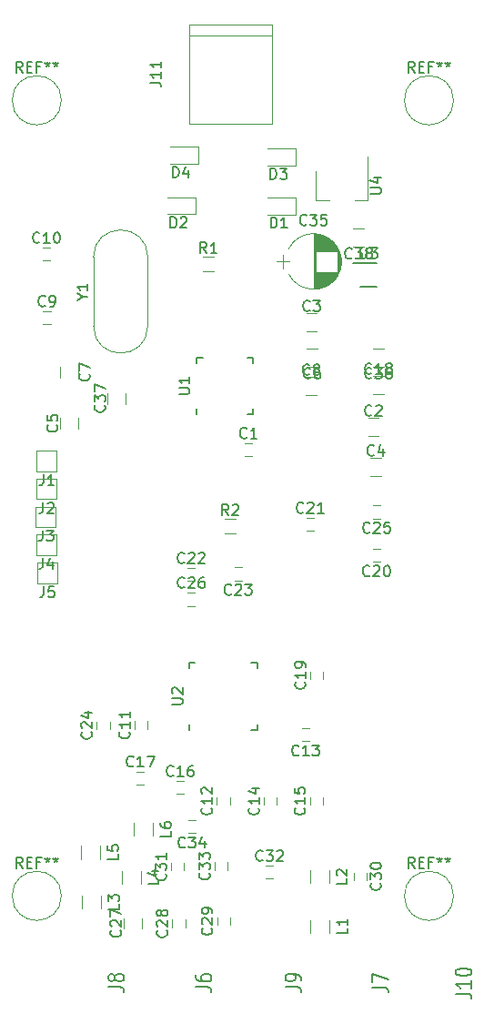
<source format=gbr>
G04 #@! TF.FileFunction,Legend,Top*
%FSLAX46Y46*%
G04 Gerber Fmt 4.6, Leading zero omitted, Abs format (unit mm)*
G04 Created by KiCad (PCBNEW 4.0.7) date 02/23/19 09:39:53*
%MOMM*%
%LPD*%
G01*
G04 APERTURE LIST*
%ADD10C,0.100000*%
%ADD11C,0.120000*%
%ADD12C,0.150000*%
%ADD13C,0.200000*%
G04 APERTURE END LIST*
D10*
D11*
X156786000Y-124000000D02*
G75*
G03X156786000Y-124000000I-2286000J0D01*
G01*
X120286000Y-124000000D02*
G75*
G03X120286000Y-124000000I-2286000J0D01*
G01*
X156786000Y-50000000D02*
G75*
G03X156786000Y-50000000I-2286000J0D01*
G01*
X120286000Y-50000000D02*
G75*
G03X120286000Y-50000000I-2286000J0D01*
G01*
X138049000Y-83086000D02*
X137349000Y-83086000D01*
X137349000Y-81886000D02*
X138049000Y-81886000D01*
X149829000Y-79566000D02*
X148829000Y-79566000D01*
X148829000Y-81266000D02*
X149829000Y-81266000D01*
X144079000Y-69806000D02*
X143079000Y-69806000D01*
X143079000Y-71506000D02*
X144079000Y-71506000D01*
X150049000Y-83256000D02*
X149049000Y-83256000D01*
X149049000Y-84956000D02*
X150049000Y-84956000D01*
X120139000Y-79526000D02*
X120139000Y-80526000D01*
X121839000Y-80526000D02*
X121839000Y-79526000D01*
X143119000Y-74776000D02*
X144119000Y-74776000D01*
X144119000Y-73076000D02*
X143119000Y-73076000D01*
X121829000Y-75786000D02*
X121829000Y-74786000D01*
X120129000Y-74786000D02*
X120129000Y-75786000D01*
X144039000Y-75746000D02*
X143039000Y-75746000D01*
X143039000Y-77446000D02*
X144039000Y-77446000D01*
X119299000Y-70826000D02*
X118599000Y-70826000D01*
X118599000Y-69626000D02*
X119299000Y-69626000D01*
X119249000Y-64926000D02*
X118549000Y-64926000D01*
X118549000Y-63726000D02*
X119249000Y-63726000D01*
X128306120Y-107752400D02*
X128306120Y-108452400D01*
X127106120Y-108452400D02*
X127106120Y-107752400D01*
X135966760Y-114828840D02*
X135966760Y-115528840D01*
X134766760Y-115528840D02*
X134766760Y-114828840D01*
X142669000Y-108426000D02*
X143369000Y-108426000D01*
X143369000Y-109626000D02*
X142669000Y-109626000D01*
X140355880Y-114828840D02*
X140355880Y-115528840D01*
X139155880Y-115528840D02*
X139155880Y-114828840D01*
X144623080Y-114839000D02*
X144623080Y-115539000D01*
X143423080Y-115539000D02*
X143423080Y-114839000D01*
X131703560Y-114526620D02*
X131003560Y-114526620D01*
X131003560Y-113326620D02*
X131703560Y-113326620D01*
X127985000Y-113642700D02*
X127285000Y-113642700D01*
X127285000Y-112442700D02*
X127985000Y-112442700D01*
X150309000Y-75656000D02*
X149309000Y-75656000D01*
X149309000Y-77356000D02*
X150309000Y-77356000D01*
X144679000Y-103126000D02*
X144679000Y-103826000D01*
X143479000Y-103826000D02*
X143479000Y-103126000D01*
X149259000Y-91726000D02*
X149959000Y-91726000D01*
X149959000Y-92926000D02*
X149259000Y-92926000D01*
X143809000Y-90046000D02*
X143109000Y-90046000D01*
X143109000Y-88846000D02*
X143809000Y-88846000D01*
X132719000Y-94706000D02*
X132019000Y-94706000D01*
X132019000Y-93506000D02*
X132719000Y-93506000D01*
X136399000Y-93456000D02*
X137099000Y-93456000D01*
X137099000Y-94656000D02*
X136399000Y-94656000D01*
X124790760Y-107772720D02*
X124790760Y-108472720D01*
X123590760Y-108472720D02*
X123590760Y-107772720D01*
X149279000Y-87696000D02*
X149979000Y-87696000D01*
X149979000Y-88896000D02*
X149279000Y-88896000D01*
X132729720Y-97018400D02*
X132029720Y-97018400D01*
X132029720Y-95818400D02*
X132729720Y-95818400D01*
X126061100Y-126068200D02*
X126061100Y-127068200D01*
X127761100Y-127068200D02*
X127761100Y-126068200D01*
X131821480Y-126225820D02*
X131821480Y-126925820D01*
X130621480Y-126925820D02*
X130621480Y-126225820D01*
X135984540Y-126002300D02*
X135984540Y-126702300D01*
X134784540Y-126702300D02*
X134784540Y-126002300D01*
X147494700Y-122536700D02*
X147494700Y-121836700D01*
X148694700Y-121836700D02*
X148694700Y-122536700D01*
X131709720Y-120945160D02*
X131709720Y-121645160D01*
X130509720Y-121645160D02*
X130509720Y-120945160D01*
X140009360Y-122398080D02*
X139309360Y-122398080D01*
X139309360Y-121198080D02*
X140009360Y-121198080D01*
X135761020Y-120889280D02*
X135761020Y-121589280D01*
X134561020Y-121589280D02*
X134561020Y-120889280D01*
X132100840Y-116979140D02*
X132800840Y-116979140D01*
X132800840Y-118179140D02*
X132100840Y-118179140D01*
X146054722Y-63806277D02*
G75*
G03X141443420Y-63806000I-2305722J-1179723D01*
G01*
X146054722Y-66165723D02*
G75*
G02X141443420Y-66166000I-2305722J1179723D01*
G01*
X146054722Y-66165723D02*
G75*
G03X146054580Y-63806000I-2305722J1179723D01*
G01*
X143749000Y-62436000D02*
X143749000Y-67536000D01*
X143789000Y-62436000D02*
X143789000Y-67536000D01*
X143829000Y-62437000D02*
X143829000Y-67535000D01*
X143869000Y-62438000D02*
X143869000Y-67534000D01*
X143909000Y-62440000D02*
X143909000Y-67532000D01*
X143949000Y-62443000D02*
X143949000Y-67529000D01*
X143989000Y-62447000D02*
X143989000Y-67525000D01*
X144029000Y-62451000D02*
X144029000Y-64006000D01*
X144029000Y-65966000D02*
X144029000Y-67521000D01*
X144069000Y-62455000D02*
X144069000Y-64006000D01*
X144069000Y-65966000D02*
X144069000Y-67517000D01*
X144109000Y-62461000D02*
X144109000Y-64006000D01*
X144109000Y-65966000D02*
X144109000Y-67511000D01*
X144149000Y-62467000D02*
X144149000Y-64006000D01*
X144149000Y-65966000D02*
X144149000Y-67505000D01*
X144189000Y-62473000D02*
X144189000Y-64006000D01*
X144189000Y-65966000D02*
X144189000Y-67499000D01*
X144229000Y-62480000D02*
X144229000Y-64006000D01*
X144229000Y-65966000D02*
X144229000Y-67492000D01*
X144269000Y-62488000D02*
X144269000Y-64006000D01*
X144269000Y-65966000D02*
X144269000Y-67484000D01*
X144309000Y-62497000D02*
X144309000Y-64006000D01*
X144309000Y-65966000D02*
X144309000Y-67475000D01*
X144349000Y-62506000D02*
X144349000Y-64006000D01*
X144349000Y-65966000D02*
X144349000Y-67466000D01*
X144389000Y-62516000D02*
X144389000Y-64006000D01*
X144389000Y-65966000D02*
X144389000Y-67456000D01*
X144429000Y-62526000D02*
X144429000Y-64006000D01*
X144429000Y-65966000D02*
X144429000Y-67446000D01*
X144470000Y-62538000D02*
X144470000Y-64006000D01*
X144470000Y-65966000D02*
X144470000Y-67434000D01*
X144510000Y-62550000D02*
X144510000Y-64006000D01*
X144510000Y-65966000D02*
X144510000Y-67422000D01*
X144550000Y-62562000D02*
X144550000Y-64006000D01*
X144550000Y-65966000D02*
X144550000Y-67410000D01*
X144590000Y-62576000D02*
X144590000Y-64006000D01*
X144590000Y-65966000D02*
X144590000Y-67396000D01*
X144630000Y-62590000D02*
X144630000Y-64006000D01*
X144630000Y-65966000D02*
X144630000Y-67382000D01*
X144670000Y-62604000D02*
X144670000Y-64006000D01*
X144670000Y-65966000D02*
X144670000Y-67368000D01*
X144710000Y-62620000D02*
X144710000Y-64006000D01*
X144710000Y-65966000D02*
X144710000Y-67352000D01*
X144750000Y-62636000D02*
X144750000Y-64006000D01*
X144750000Y-65966000D02*
X144750000Y-67336000D01*
X144790000Y-62653000D02*
X144790000Y-64006000D01*
X144790000Y-65966000D02*
X144790000Y-67319000D01*
X144830000Y-62671000D02*
X144830000Y-64006000D01*
X144830000Y-65966000D02*
X144830000Y-67301000D01*
X144870000Y-62690000D02*
X144870000Y-64006000D01*
X144870000Y-65966000D02*
X144870000Y-67282000D01*
X144910000Y-62710000D02*
X144910000Y-64006000D01*
X144910000Y-65966000D02*
X144910000Y-67262000D01*
X144950000Y-62730000D02*
X144950000Y-64006000D01*
X144950000Y-65966000D02*
X144950000Y-67242000D01*
X144990000Y-62752000D02*
X144990000Y-64006000D01*
X144990000Y-65966000D02*
X144990000Y-67220000D01*
X145030000Y-62774000D02*
X145030000Y-64006000D01*
X145030000Y-65966000D02*
X145030000Y-67198000D01*
X145070000Y-62797000D02*
X145070000Y-64006000D01*
X145070000Y-65966000D02*
X145070000Y-67175000D01*
X145110000Y-62821000D02*
X145110000Y-64006000D01*
X145110000Y-65966000D02*
X145110000Y-67151000D01*
X145150000Y-62846000D02*
X145150000Y-64006000D01*
X145150000Y-65966000D02*
X145150000Y-67126000D01*
X145190000Y-62873000D02*
X145190000Y-64006000D01*
X145190000Y-65966000D02*
X145190000Y-67099000D01*
X145230000Y-62900000D02*
X145230000Y-64006000D01*
X145230000Y-65966000D02*
X145230000Y-67072000D01*
X145270000Y-62928000D02*
X145270000Y-64006000D01*
X145270000Y-65966000D02*
X145270000Y-67044000D01*
X145310000Y-62958000D02*
X145310000Y-64006000D01*
X145310000Y-65966000D02*
X145310000Y-67014000D01*
X145350000Y-62989000D02*
X145350000Y-64006000D01*
X145350000Y-65966000D02*
X145350000Y-66983000D01*
X145390000Y-63021000D02*
X145390000Y-64006000D01*
X145390000Y-65966000D02*
X145390000Y-66951000D01*
X145430000Y-63054000D02*
X145430000Y-64006000D01*
X145430000Y-65966000D02*
X145430000Y-66918000D01*
X145470000Y-63089000D02*
X145470000Y-64006000D01*
X145470000Y-65966000D02*
X145470000Y-66883000D01*
X145510000Y-63125000D02*
X145510000Y-64006000D01*
X145510000Y-65966000D02*
X145510000Y-66847000D01*
X145550000Y-63163000D02*
X145550000Y-64006000D01*
X145550000Y-65966000D02*
X145550000Y-66809000D01*
X145590000Y-63203000D02*
X145590000Y-64006000D01*
X145590000Y-65966000D02*
X145590000Y-66769000D01*
X145630000Y-63244000D02*
X145630000Y-64006000D01*
X145630000Y-65966000D02*
X145630000Y-66728000D01*
X145670000Y-63287000D02*
X145670000Y-64006000D01*
X145670000Y-65966000D02*
X145670000Y-66685000D01*
X145710000Y-63332000D02*
X145710000Y-64006000D01*
X145710000Y-65966000D02*
X145710000Y-66640000D01*
X145750000Y-63380000D02*
X145750000Y-64006000D01*
X145750000Y-65966000D02*
X145750000Y-66592000D01*
X145790000Y-63430000D02*
X145790000Y-64006000D01*
X145790000Y-65966000D02*
X145790000Y-66542000D01*
X145830000Y-63482000D02*
X145830000Y-64006000D01*
X145830000Y-65966000D02*
X145830000Y-66490000D01*
X145870000Y-63538000D02*
X145870000Y-64006000D01*
X145870000Y-65966000D02*
X145870000Y-66434000D01*
X145910000Y-63596000D02*
X145910000Y-64006000D01*
X145910000Y-65966000D02*
X145910000Y-66376000D01*
X145950000Y-63659000D02*
X145950000Y-64006000D01*
X145950000Y-65966000D02*
X145950000Y-66313000D01*
X145990000Y-63725000D02*
X145990000Y-66247000D01*
X146030000Y-63797000D02*
X146030000Y-66175000D01*
X146070000Y-63874000D02*
X146070000Y-66098000D01*
X146110000Y-63958000D02*
X146110000Y-66014000D01*
X146150000Y-64052000D02*
X146150000Y-65920000D01*
X146190000Y-64157000D02*
X146190000Y-65815000D01*
X146230000Y-64279000D02*
X146230000Y-65693000D01*
X146270000Y-64427000D02*
X146270000Y-65545000D01*
X146310000Y-64632000D02*
X146310000Y-65340000D01*
X140299000Y-64986000D02*
X141499000Y-64986000D01*
X140899000Y-64336000D02*
X140899000Y-65636000D01*
X149299000Y-74776000D02*
X150299000Y-74776000D01*
X150299000Y-73076000D02*
X149299000Y-73076000D01*
X124575200Y-77224000D02*
X124575200Y-78224000D01*
X126275200Y-78224000D02*
X126275200Y-77224000D01*
X147459000Y-63636000D02*
X148459000Y-63636000D01*
X148459000Y-61936000D02*
X147459000Y-61936000D01*
X142109000Y-60616000D02*
X142109000Y-59016000D01*
X142109000Y-59016000D02*
X139509000Y-59016000D01*
X142109000Y-60616000D02*
X139509000Y-60616000D01*
X132789000Y-60606000D02*
X132789000Y-59006000D01*
X132789000Y-59006000D02*
X130189000Y-59006000D01*
X132789000Y-60606000D02*
X130189000Y-60606000D01*
X142079000Y-56076000D02*
X142079000Y-54476000D01*
X142079000Y-54476000D02*
X139479000Y-54476000D01*
X142079000Y-56076000D02*
X139479000Y-56076000D01*
X132999000Y-55926000D02*
X132999000Y-54326000D01*
X132999000Y-54326000D02*
X130399000Y-54326000D01*
X132999000Y-55926000D02*
X130399000Y-55926000D01*
X139869000Y-43946000D02*
X132169000Y-43946000D01*
X139869000Y-42946000D02*
X132169000Y-42946000D01*
X132169000Y-42946000D02*
X132169000Y-52146000D01*
X132169000Y-52146000D02*
X139869000Y-52146000D01*
X139869000Y-52146000D02*
X139869000Y-42946000D01*
X143480900Y-127434900D02*
X143480900Y-126234900D01*
X145240900Y-126234900D02*
X145240900Y-127434900D01*
X143442800Y-122824800D02*
X143442800Y-121624800D01*
X145202800Y-121624800D02*
X145202800Y-122824800D01*
X122210940Y-125192080D02*
X122210940Y-123992080D01*
X123970940Y-123992080D02*
X123970940Y-125192080D01*
X125916800Y-122862900D02*
X125916800Y-121662900D01*
X127676800Y-121662900D02*
X127676800Y-122862900D01*
X122155060Y-120554040D02*
X122155060Y-119354040D01*
X123915060Y-119354040D02*
X123915060Y-120554040D01*
X127059800Y-118405200D02*
X127059800Y-117205200D01*
X128819800Y-117205200D02*
X128819800Y-118405200D01*
X134469000Y-65886000D02*
X133469000Y-65886000D01*
X133469000Y-64526000D02*
X134469000Y-64526000D01*
X136517000Y-90270880D02*
X135517000Y-90270880D01*
X135517000Y-88910880D02*
X136517000Y-88910880D01*
D12*
X132904000Y-73941000D02*
X133429000Y-73941000D01*
X138154000Y-79191000D02*
X137629000Y-79191000D01*
X138154000Y-73941000D02*
X137629000Y-73941000D01*
X132904000Y-79191000D02*
X132904000Y-78666000D01*
X138154000Y-79191000D02*
X138154000Y-78666000D01*
X138154000Y-73941000D02*
X138154000Y-74466000D01*
X132904000Y-73941000D02*
X132904000Y-74466000D01*
X132209000Y-102276000D02*
X132734000Y-102276000D01*
X138509000Y-108576000D02*
X137984000Y-108576000D01*
X138509000Y-102276000D02*
X137984000Y-102276000D01*
X132209000Y-108576000D02*
X132209000Y-108051000D01*
X138509000Y-108576000D02*
X138509000Y-108051000D01*
X138509000Y-102276000D02*
X138509000Y-102801000D01*
X132209000Y-102276000D02*
X132209000Y-102801000D01*
X148144000Y-67376000D02*
X149594000Y-67376000D01*
X147419000Y-65176000D02*
X149594000Y-65176000D01*
D11*
X145189000Y-59256000D02*
X143989000Y-59256000D01*
X143989000Y-59256000D02*
X143989000Y-56556000D01*
X148789000Y-55256000D02*
X148789000Y-59256000D01*
X148789000Y-59256000D02*
X147589000Y-59256000D01*
X123284000Y-70986000D02*
X123284000Y-64586000D01*
X128334000Y-70986000D02*
X128334000Y-64586000D01*
X128334000Y-70986000D02*
G75*
G02X123284000Y-70986000I-2525000J0D01*
G01*
X128334000Y-64586000D02*
G75*
G03X123284000Y-64586000I-2525000J0D01*
G01*
X117999000Y-82606000D02*
X117999000Y-84506000D01*
X117999000Y-84506000D02*
X119849000Y-84506000D01*
X119849000Y-84506000D02*
X119849000Y-82656000D01*
X119849000Y-82656000D02*
X119849000Y-82606000D01*
X119849000Y-82606000D02*
X117999000Y-82606000D01*
X117979000Y-85206000D02*
X117979000Y-87106000D01*
X117979000Y-87106000D02*
X119829000Y-87106000D01*
X119829000Y-87106000D02*
X119829000Y-85256000D01*
X119829000Y-85256000D02*
X119829000Y-85206000D01*
X119829000Y-85206000D02*
X117979000Y-85206000D01*
X117919000Y-87796000D02*
X117919000Y-89696000D01*
X117919000Y-89696000D02*
X119769000Y-89696000D01*
X119769000Y-89696000D02*
X119769000Y-87846000D01*
X119769000Y-87846000D02*
X119769000Y-87796000D01*
X119769000Y-87796000D02*
X117919000Y-87796000D01*
X117949000Y-90386000D02*
X117949000Y-92286000D01*
X117949000Y-92286000D02*
X119799000Y-92286000D01*
X119799000Y-92286000D02*
X119799000Y-90436000D01*
X119799000Y-90436000D02*
X119799000Y-90386000D01*
X119799000Y-90386000D02*
X117949000Y-90386000D01*
X118029000Y-93016000D02*
X118029000Y-94916000D01*
X118029000Y-94916000D02*
X119879000Y-94916000D01*
X119879000Y-94916000D02*
X119879000Y-93066000D01*
X119879000Y-93066000D02*
X119879000Y-93016000D01*
X119879000Y-93016000D02*
X118029000Y-93016000D01*
D12*
X153166667Y-121404381D02*
X152833333Y-120928190D01*
X152595238Y-121404381D02*
X152595238Y-120404381D01*
X152976191Y-120404381D01*
X153071429Y-120452000D01*
X153119048Y-120499619D01*
X153166667Y-120594857D01*
X153166667Y-120737714D01*
X153119048Y-120832952D01*
X153071429Y-120880571D01*
X152976191Y-120928190D01*
X152595238Y-120928190D01*
X153595238Y-120880571D02*
X153928572Y-120880571D01*
X154071429Y-121404381D02*
X153595238Y-121404381D01*
X153595238Y-120404381D01*
X154071429Y-120404381D01*
X154833334Y-120880571D02*
X154500000Y-120880571D01*
X154500000Y-121404381D02*
X154500000Y-120404381D01*
X154976191Y-120404381D01*
X155500000Y-120404381D02*
X155500000Y-120642476D01*
X155261905Y-120547238D02*
X155500000Y-120642476D01*
X155738096Y-120547238D01*
X155357143Y-120832952D02*
X155500000Y-120642476D01*
X155642858Y-120832952D01*
X156261905Y-120404381D02*
X156261905Y-120642476D01*
X156023810Y-120547238D02*
X156261905Y-120642476D01*
X156500001Y-120547238D01*
X156119048Y-120832952D02*
X156261905Y-120642476D01*
X156404763Y-120832952D01*
X116666667Y-121404381D02*
X116333333Y-120928190D01*
X116095238Y-121404381D02*
X116095238Y-120404381D01*
X116476191Y-120404381D01*
X116571429Y-120452000D01*
X116619048Y-120499619D01*
X116666667Y-120594857D01*
X116666667Y-120737714D01*
X116619048Y-120832952D01*
X116571429Y-120880571D01*
X116476191Y-120928190D01*
X116095238Y-120928190D01*
X117095238Y-120880571D02*
X117428572Y-120880571D01*
X117571429Y-121404381D02*
X117095238Y-121404381D01*
X117095238Y-120404381D01*
X117571429Y-120404381D01*
X118333334Y-120880571D02*
X118000000Y-120880571D01*
X118000000Y-121404381D02*
X118000000Y-120404381D01*
X118476191Y-120404381D01*
X119000000Y-120404381D02*
X119000000Y-120642476D01*
X118761905Y-120547238D02*
X119000000Y-120642476D01*
X119238096Y-120547238D01*
X118857143Y-120832952D02*
X119000000Y-120642476D01*
X119142858Y-120832952D01*
X119761905Y-120404381D02*
X119761905Y-120642476D01*
X119523810Y-120547238D02*
X119761905Y-120642476D01*
X120000001Y-120547238D01*
X119619048Y-120832952D02*
X119761905Y-120642476D01*
X119904763Y-120832952D01*
X153166667Y-47404381D02*
X152833333Y-46928190D01*
X152595238Y-47404381D02*
X152595238Y-46404381D01*
X152976191Y-46404381D01*
X153071429Y-46452000D01*
X153119048Y-46499619D01*
X153166667Y-46594857D01*
X153166667Y-46737714D01*
X153119048Y-46832952D01*
X153071429Y-46880571D01*
X152976191Y-46928190D01*
X152595238Y-46928190D01*
X153595238Y-46880571D02*
X153928572Y-46880571D01*
X154071429Y-47404381D02*
X153595238Y-47404381D01*
X153595238Y-46404381D01*
X154071429Y-46404381D01*
X154833334Y-46880571D02*
X154500000Y-46880571D01*
X154500000Y-47404381D02*
X154500000Y-46404381D01*
X154976191Y-46404381D01*
X155500000Y-46404381D02*
X155500000Y-46642476D01*
X155261905Y-46547238D02*
X155500000Y-46642476D01*
X155738096Y-46547238D01*
X155357143Y-46832952D02*
X155500000Y-46642476D01*
X155642858Y-46832952D01*
X156261905Y-46404381D02*
X156261905Y-46642476D01*
X156023810Y-46547238D02*
X156261905Y-46642476D01*
X156500001Y-46547238D01*
X156119048Y-46832952D02*
X156261905Y-46642476D01*
X156404763Y-46832952D01*
X116666667Y-47404381D02*
X116333333Y-46928190D01*
X116095238Y-47404381D02*
X116095238Y-46404381D01*
X116476191Y-46404381D01*
X116571429Y-46452000D01*
X116619048Y-46499619D01*
X116666667Y-46594857D01*
X116666667Y-46737714D01*
X116619048Y-46832952D01*
X116571429Y-46880571D01*
X116476191Y-46928190D01*
X116095238Y-46928190D01*
X117095238Y-46880571D02*
X117428572Y-46880571D01*
X117571429Y-47404381D02*
X117095238Y-47404381D01*
X117095238Y-46404381D01*
X117571429Y-46404381D01*
X118333334Y-46880571D02*
X118000000Y-46880571D01*
X118000000Y-47404381D02*
X118000000Y-46404381D01*
X118476191Y-46404381D01*
X119000000Y-46404381D02*
X119000000Y-46642476D01*
X118761905Y-46547238D02*
X119000000Y-46642476D01*
X119238096Y-46547238D01*
X118857143Y-46832952D02*
X119000000Y-46642476D01*
X119142858Y-46832952D01*
X119761905Y-46404381D02*
X119761905Y-46642476D01*
X119523810Y-46547238D02*
X119761905Y-46642476D01*
X120000001Y-46547238D01*
X119619048Y-46832952D02*
X119761905Y-46642476D01*
X119904763Y-46832952D01*
X137532334Y-81343143D02*
X137484715Y-81390762D01*
X137341858Y-81438381D01*
X137246620Y-81438381D01*
X137103762Y-81390762D01*
X137008524Y-81295524D01*
X136960905Y-81200286D01*
X136913286Y-81009810D01*
X136913286Y-80866952D01*
X136960905Y-80676476D01*
X137008524Y-80581238D01*
X137103762Y-80486000D01*
X137246620Y-80438381D01*
X137341858Y-80438381D01*
X137484715Y-80486000D01*
X137532334Y-80533619D01*
X138484715Y-81438381D02*
X137913286Y-81438381D01*
X138199000Y-81438381D02*
X138199000Y-80438381D01*
X138103762Y-80581238D01*
X138008524Y-80676476D01*
X137913286Y-80724095D01*
X149162334Y-79273143D02*
X149114715Y-79320762D01*
X148971858Y-79368381D01*
X148876620Y-79368381D01*
X148733762Y-79320762D01*
X148638524Y-79225524D01*
X148590905Y-79130286D01*
X148543286Y-78939810D01*
X148543286Y-78796952D01*
X148590905Y-78606476D01*
X148638524Y-78511238D01*
X148733762Y-78416000D01*
X148876620Y-78368381D01*
X148971858Y-78368381D01*
X149114715Y-78416000D01*
X149162334Y-78463619D01*
X149543286Y-78463619D02*
X149590905Y-78416000D01*
X149686143Y-78368381D01*
X149924239Y-78368381D01*
X150019477Y-78416000D01*
X150067096Y-78463619D01*
X150114715Y-78558857D01*
X150114715Y-78654095D01*
X150067096Y-78796952D01*
X149495667Y-79368381D01*
X150114715Y-79368381D01*
X143412334Y-69513143D02*
X143364715Y-69560762D01*
X143221858Y-69608381D01*
X143126620Y-69608381D01*
X142983762Y-69560762D01*
X142888524Y-69465524D01*
X142840905Y-69370286D01*
X142793286Y-69179810D01*
X142793286Y-69036952D01*
X142840905Y-68846476D01*
X142888524Y-68751238D01*
X142983762Y-68656000D01*
X143126620Y-68608381D01*
X143221858Y-68608381D01*
X143364715Y-68656000D01*
X143412334Y-68703619D01*
X143745667Y-68608381D02*
X144364715Y-68608381D01*
X144031381Y-68989333D01*
X144174239Y-68989333D01*
X144269477Y-69036952D01*
X144317096Y-69084571D01*
X144364715Y-69179810D01*
X144364715Y-69417905D01*
X144317096Y-69513143D01*
X144269477Y-69560762D01*
X144174239Y-69608381D01*
X143888524Y-69608381D01*
X143793286Y-69560762D01*
X143745667Y-69513143D01*
X149382334Y-82963143D02*
X149334715Y-83010762D01*
X149191858Y-83058381D01*
X149096620Y-83058381D01*
X148953762Y-83010762D01*
X148858524Y-82915524D01*
X148810905Y-82820286D01*
X148763286Y-82629810D01*
X148763286Y-82486952D01*
X148810905Y-82296476D01*
X148858524Y-82201238D01*
X148953762Y-82106000D01*
X149096620Y-82058381D01*
X149191858Y-82058381D01*
X149334715Y-82106000D01*
X149382334Y-82153619D01*
X150239477Y-82391714D02*
X150239477Y-83058381D01*
X150001381Y-82010762D02*
X149763286Y-82725048D01*
X150382334Y-82725048D01*
X119846143Y-80192666D02*
X119893762Y-80240285D01*
X119941381Y-80383142D01*
X119941381Y-80478380D01*
X119893762Y-80621238D01*
X119798524Y-80716476D01*
X119703286Y-80764095D01*
X119512810Y-80811714D01*
X119369952Y-80811714D01*
X119179476Y-80764095D01*
X119084238Y-80716476D01*
X118989000Y-80621238D01*
X118941381Y-80478380D01*
X118941381Y-80383142D01*
X118989000Y-80240285D01*
X119036619Y-80192666D01*
X118941381Y-79287904D02*
X118941381Y-79764095D01*
X119417571Y-79811714D01*
X119369952Y-79764095D01*
X119322333Y-79668857D01*
X119322333Y-79430761D01*
X119369952Y-79335523D01*
X119417571Y-79287904D01*
X119512810Y-79240285D01*
X119750905Y-79240285D01*
X119846143Y-79287904D01*
X119893762Y-79335523D01*
X119941381Y-79430761D01*
X119941381Y-79668857D01*
X119893762Y-79764095D01*
X119846143Y-79811714D01*
X143452334Y-75783143D02*
X143404715Y-75830762D01*
X143261858Y-75878381D01*
X143166620Y-75878381D01*
X143023762Y-75830762D01*
X142928524Y-75735524D01*
X142880905Y-75640286D01*
X142833286Y-75449810D01*
X142833286Y-75306952D01*
X142880905Y-75116476D01*
X142928524Y-75021238D01*
X143023762Y-74926000D01*
X143166620Y-74878381D01*
X143261858Y-74878381D01*
X143404715Y-74926000D01*
X143452334Y-74973619D01*
X144309477Y-74878381D02*
X144119000Y-74878381D01*
X144023762Y-74926000D01*
X143976143Y-74973619D01*
X143880905Y-75116476D01*
X143833286Y-75306952D01*
X143833286Y-75687905D01*
X143880905Y-75783143D01*
X143928524Y-75830762D01*
X144023762Y-75878381D01*
X144214239Y-75878381D01*
X144309477Y-75830762D01*
X144357096Y-75783143D01*
X144404715Y-75687905D01*
X144404715Y-75449810D01*
X144357096Y-75354571D01*
X144309477Y-75306952D01*
X144214239Y-75259333D01*
X144023762Y-75259333D01*
X143928524Y-75306952D01*
X143880905Y-75354571D01*
X143833286Y-75449810D01*
X122836143Y-75452666D02*
X122883762Y-75500285D01*
X122931381Y-75643142D01*
X122931381Y-75738380D01*
X122883762Y-75881238D01*
X122788524Y-75976476D01*
X122693286Y-76024095D01*
X122502810Y-76071714D01*
X122359952Y-76071714D01*
X122169476Y-76024095D01*
X122074238Y-75976476D01*
X121979000Y-75881238D01*
X121931381Y-75738380D01*
X121931381Y-75643142D01*
X121979000Y-75500285D01*
X122026619Y-75452666D01*
X121931381Y-75119333D02*
X121931381Y-74452666D01*
X122931381Y-74881238D01*
X143372334Y-75453143D02*
X143324715Y-75500762D01*
X143181858Y-75548381D01*
X143086620Y-75548381D01*
X142943762Y-75500762D01*
X142848524Y-75405524D01*
X142800905Y-75310286D01*
X142753286Y-75119810D01*
X142753286Y-74976952D01*
X142800905Y-74786476D01*
X142848524Y-74691238D01*
X142943762Y-74596000D01*
X143086620Y-74548381D01*
X143181858Y-74548381D01*
X143324715Y-74596000D01*
X143372334Y-74643619D01*
X143943762Y-74976952D02*
X143848524Y-74929333D01*
X143800905Y-74881714D01*
X143753286Y-74786476D01*
X143753286Y-74738857D01*
X143800905Y-74643619D01*
X143848524Y-74596000D01*
X143943762Y-74548381D01*
X144134239Y-74548381D01*
X144229477Y-74596000D01*
X144277096Y-74643619D01*
X144324715Y-74738857D01*
X144324715Y-74786476D01*
X144277096Y-74881714D01*
X144229477Y-74929333D01*
X144134239Y-74976952D01*
X143943762Y-74976952D01*
X143848524Y-75024571D01*
X143800905Y-75072190D01*
X143753286Y-75167429D01*
X143753286Y-75357905D01*
X143800905Y-75453143D01*
X143848524Y-75500762D01*
X143943762Y-75548381D01*
X144134239Y-75548381D01*
X144229477Y-75500762D01*
X144277096Y-75453143D01*
X144324715Y-75357905D01*
X144324715Y-75167429D01*
X144277096Y-75072190D01*
X144229477Y-75024571D01*
X144134239Y-74976952D01*
X118782334Y-69083143D02*
X118734715Y-69130762D01*
X118591858Y-69178381D01*
X118496620Y-69178381D01*
X118353762Y-69130762D01*
X118258524Y-69035524D01*
X118210905Y-68940286D01*
X118163286Y-68749810D01*
X118163286Y-68606952D01*
X118210905Y-68416476D01*
X118258524Y-68321238D01*
X118353762Y-68226000D01*
X118496620Y-68178381D01*
X118591858Y-68178381D01*
X118734715Y-68226000D01*
X118782334Y-68273619D01*
X119258524Y-69178381D02*
X119449000Y-69178381D01*
X119544239Y-69130762D01*
X119591858Y-69083143D01*
X119687096Y-68940286D01*
X119734715Y-68749810D01*
X119734715Y-68368857D01*
X119687096Y-68273619D01*
X119639477Y-68226000D01*
X119544239Y-68178381D01*
X119353762Y-68178381D01*
X119258524Y-68226000D01*
X119210905Y-68273619D01*
X119163286Y-68368857D01*
X119163286Y-68606952D01*
X119210905Y-68702190D01*
X119258524Y-68749810D01*
X119353762Y-68797429D01*
X119544239Y-68797429D01*
X119639477Y-68749810D01*
X119687096Y-68702190D01*
X119734715Y-68606952D01*
X118256143Y-63183143D02*
X118208524Y-63230762D01*
X118065667Y-63278381D01*
X117970429Y-63278381D01*
X117827571Y-63230762D01*
X117732333Y-63135524D01*
X117684714Y-63040286D01*
X117637095Y-62849810D01*
X117637095Y-62706952D01*
X117684714Y-62516476D01*
X117732333Y-62421238D01*
X117827571Y-62326000D01*
X117970429Y-62278381D01*
X118065667Y-62278381D01*
X118208524Y-62326000D01*
X118256143Y-62373619D01*
X119208524Y-63278381D02*
X118637095Y-63278381D01*
X118922809Y-63278381D02*
X118922809Y-62278381D01*
X118827571Y-62421238D01*
X118732333Y-62516476D01*
X118637095Y-62564095D01*
X119827571Y-62278381D02*
X119922810Y-62278381D01*
X120018048Y-62326000D01*
X120065667Y-62373619D01*
X120113286Y-62468857D01*
X120160905Y-62659333D01*
X120160905Y-62897429D01*
X120113286Y-63087905D01*
X120065667Y-63183143D01*
X120018048Y-63230762D01*
X119922810Y-63278381D01*
X119827571Y-63278381D01*
X119732333Y-63230762D01*
X119684714Y-63183143D01*
X119637095Y-63087905D01*
X119589476Y-62897429D01*
X119589476Y-62659333D01*
X119637095Y-62468857D01*
X119684714Y-62373619D01*
X119732333Y-62326000D01*
X119827571Y-62278381D01*
X126563263Y-108745257D02*
X126610882Y-108792876D01*
X126658501Y-108935733D01*
X126658501Y-109030971D01*
X126610882Y-109173829D01*
X126515644Y-109269067D01*
X126420406Y-109316686D01*
X126229930Y-109364305D01*
X126087072Y-109364305D01*
X125896596Y-109316686D01*
X125801358Y-109269067D01*
X125706120Y-109173829D01*
X125658501Y-109030971D01*
X125658501Y-108935733D01*
X125706120Y-108792876D01*
X125753739Y-108745257D01*
X126658501Y-107792876D02*
X126658501Y-108364305D01*
X126658501Y-108078591D02*
X125658501Y-108078591D01*
X125801358Y-108173829D01*
X125896596Y-108269067D01*
X125944215Y-108364305D01*
X126658501Y-106840495D02*
X126658501Y-107411924D01*
X126658501Y-107126210D02*
X125658501Y-107126210D01*
X125801358Y-107221448D01*
X125896596Y-107316686D01*
X125944215Y-107411924D01*
X134223903Y-115821697D02*
X134271522Y-115869316D01*
X134319141Y-116012173D01*
X134319141Y-116107411D01*
X134271522Y-116250269D01*
X134176284Y-116345507D01*
X134081046Y-116393126D01*
X133890570Y-116440745D01*
X133747712Y-116440745D01*
X133557236Y-116393126D01*
X133461998Y-116345507D01*
X133366760Y-116250269D01*
X133319141Y-116107411D01*
X133319141Y-116012173D01*
X133366760Y-115869316D01*
X133414379Y-115821697D01*
X134319141Y-114869316D02*
X134319141Y-115440745D01*
X134319141Y-115155031D02*
X133319141Y-115155031D01*
X133461998Y-115250269D01*
X133557236Y-115345507D01*
X133604855Y-115440745D01*
X133414379Y-114488364D02*
X133366760Y-114440745D01*
X133319141Y-114345507D01*
X133319141Y-114107411D01*
X133366760Y-114012173D01*
X133414379Y-113964554D01*
X133509617Y-113916935D01*
X133604855Y-113916935D01*
X133747712Y-113964554D01*
X134319141Y-114535983D01*
X134319141Y-113916935D01*
X142376143Y-110883143D02*
X142328524Y-110930762D01*
X142185667Y-110978381D01*
X142090429Y-110978381D01*
X141947571Y-110930762D01*
X141852333Y-110835524D01*
X141804714Y-110740286D01*
X141757095Y-110549810D01*
X141757095Y-110406952D01*
X141804714Y-110216476D01*
X141852333Y-110121238D01*
X141947571Y-110026000D01*
X142090429Y-109978381D01*
X142185667Y-109978381D01*
X142328524Y-110026000D01*
X142376143Y-110073619D01*
X143328524Y-110978381D02*
X142757095Y-110978381D01*
X143042809Y-110978381D02*
X143042809Y-109978381D01*
X142947571Y-110121238D01*
X142852333Y-110216476D01*
X142757095Y-110264095D01*
X143661857Y-109978381D02*
X144280905Y-109978381D01*
X143947571Y-110359333D01*
X144090429Y-110359333D01*
X144185667Y-110406952D01*
X144233286Y-110454571D01*
X144280905Y-110549810D01*
X144280905Y-110787905D01*
X144233286Y-110883143D01*
X144185667Y-110930762D01*
X144090429Y-110978381D01*
X143804714Y-110978381D01*
X143709476Y-110930762D01*
X143661857Y-110883143D01*
X138613023Y-115821697D02*
X138660642Y-115869316D01*
X138708261Y-116012173D01*
X138708261Y-116107411D01*
X138660642Y-116250269D01*
X138565404Y-116345507D01*
X138470166Y-116393126D01*
X138279690Y-116440745D01*
X138136832Y-116440745D01*
X137946356Y-116393126D01*
X137851118Y-116345507D01*
X137755880Y-116250269D01*
X137708261Y-116107411D01*
X137708261Y-116012173D01*
X137755880Y-115869316D01*
X137803499Y-115821697D01*
X138708261Y-114869316D02*
X138708261Y-115440745D01*
X138708261Y-115155031D02*
X137708261Y-115155031D01*
X137851118Y-115250269D01*
X137946356Y-115345507D01*
X137993975Y-115440745D01*
X138041594Y-114012173D02*
X138708261Y-114012173D01*
X137660642Y-114250269D02*
X138374928Y-114488364D01*
X138374928Y-113869316D01*
X142880223Y-115831857D02*
X142927842Y-115879476D01*
X142975461Y-116022333D01*
X142975461Y-116117571D01*
X142927842Y-116260429D01*
X142832604Y-116355667D01*
X142737366Y-116403286D01*
X142546890Y-116450905D01*
X142404032Y-116450905D01*
X142213556Y-116403286D01*
X142118318Y-116355667D01*
X142023080Y-116260429D01*
X141975461Y-116117571D01*
X141975461Y-116022333D01*
X142023080Y-115879476D01*
X142070699Y-115831857D01*
X142975461Y-114879476D02*
X142975461Y-115450905D01*
X142975461Y-115165191D02*
X141975461Y-115165191D01*
X142118318Y-115260429D01*
X142213556Y-115355667D01*
X142261175Y-115450905D01*
X141975461Y-113974714D02*
X141975461Y-114450905D01*
X142451651Y-114498524D01*
X142404032Y-114450905D01*
X142356413Y-114355667D01*
X142356413Y-114117571D01*
X142404032Y-114022333D01*
X142451651Y-113974714D01*
X142546890Y-113927095D01*
X142784985Y-113927095D01*
X142880223Y-113974714D01*
X142927842Y-114022333D01*
X142975461Y-114117571D01*
X142975461Y-114355667D01*
X142927842Y-114450905D01*
X142880223Y-114498524D01*
X130710703Y-112783763D02*
X130663084Y-112831382D01*
X130520227Y-112879001D01*
X130424989Y-112879001D01*
X130282131Y-112831382D01*
X130186893Y-112736144D01*
X130139274Y-112640906D01*
X130091655Y-112450430D01*
X130091655Y-112307572D01*
X130139274Y-112117096D01*
X130186893Y-112021858D01*
X130282131Y-111926620D01*
X130424989Y-111879001D01*
X130520227Y-111879001D01*
X130663084Y-111926620D01*
X130710703Y-111974239D01*
X131663084Y-112879001D02*
X131091655Y-112879001D01*
X131377369Y-112879001D02*
X131377369Y-111879001D01*
X131282131Y-112021858D01*
X131186893Y-112117096D01*
X131091655Y-112164715D01*
X132520227Y-111879001D02*
X132329750Y-111879001D01*
X132234512Y-111926620D01*
X132186893Y-111974239D01*
X132091655Y-112117096D01*
X132044036Y-112307572D01*
X132044036Y-112688525D01*
X132091655Y-112783763D01*
X132139274Y-112831382D01*
X132234512Y-112879001D01*
X132424989Y-112879001D01*
X132520227Y-112831382D01*
X132567846Y-112783763D01*
X132615465Y-112688525D01*
X132615465Y-112450430D01*
X132567846Y-112355191D01*
X132520227Y-112307572D01*
X132424989Y-112259953D01*
X132234512Y-112259953D01*
X132139274Y-112307572D01*
X132091655Y-112355191D01*
X132044036Y-112450430D01*
X126992143Y-111899843D02*
X126944524Y-111947462D01*
X126801667Y-111995081D01*
X126706429Y-111995081D01*
X126563571Y-111947462D01*
X126468333Y-111852224D01*
X126420714Y-111756986D01*
X126373095Y-111566510D01*
X126373095Y-111423652D01*
X126420714Y-111233176D01*
X126468333Y-111137938D01*
X126563571Y-111042700D01*
X126706429Y-110995081D01*
X126801667Y-110995081D01*
X126944524Y-111042700D01*
X126992143Y-111090319D01*
X127944524Y-111995081D02*
X127373095Y-111995081D01*
X127658809Y-111995081D02*
X127658809Y-110995081D01*
X127563571Y-111137938D01*
X127468333Y-111233176D01*
X127373095Y-111280795D01*
X128277857Y-110995081D02*
X128944524Y-110995081D01*
X128515952Y-111995081D01*
X149166143Y-75363143D02*
X149118524Y-75410762D01*
X148975667Y-75458381D01*
X148880429Y-75458381D01*
X148737571Y-75410762D01*
X148642333Y-75315524D01*
X148594714Y-75220286D01*
X148547095Y-75029810D01*
X148547095Y-74886952D01*
X148594714Y-74696476D01*
X148642333Y-74601238D01*
X148737571Y-74506000D01*
X148880429Y-74458381D01*
X148975667Y-74458381D01*
X149118524Y-74506000D01*
X149166143Y-74553619D01*
X150118524Y-75458381D02*
X149547095Y-75458381D01*
X149832809Y-75458381D02*
X149832809Y-74458381D01*
X149737571Y-74601238D01*
X149642333Y-74696476D01*
X149547095Y-74744095D01*
X150689952Y-74886952D02*
X150594714Y-74839333D01*
X150547095Y-74791714D01*
X150499476Y-74696476D01*
X150499476Y-74648857D01*
X150547095Y-74553619D01*
X150594714Y-74506000D01*
X150689952Y-74458381D01*
X150880429Y-74458381D01*
X150975667Y-74506000D01*
X151023286Y-74553619D01*
X151070905Y-74648857D01*
X151070905Y-74696476D01*
X151023286Y-74791714D01*
X150975667Y-74839333D01*
X150880429Y-74886952D01*
X150689952Y-74886952D01*
X150594714Y-74934571D01*
X150547095Y-74982190D01*
X150499476Y-75077429D01*
X150499476Y-75267905D01*
X150547095Y-75363143D01*
X150594714Y-75410762D01*
X150689952Y-75458381D01*
X150880429Y-75458381D01*
X150975667Y-75410762D01*
X151023286Y-75363143D01*
X151070905Y-75267905D01*
X151070905Y-75077429D01*
X151023286Y-74982190D01*
X150975667Y-74934571D01*
X150880429Y-74886952D01*
X142936143Y-104118857D02*
X142983762Y-104166476D01*
X143031381Y-104309333D01*
X143031381Y-104404571D01*
X142983762Y-104547429D01*
X142888524Y-104642667D01*
X142793286Y-104690286D01*
X142602810Y-104737905D01*
X142459952Y-104737905D01*
X142269476Y-104690286D01*
X142174238Y-104642667D01*
X142079000Y-104547429D01*
X142031381Y-104404571D01*
X142031381Y-104309333D01*
X142079000Y-104166476D01*
X142126619Y-104118857D01*
X143031381Y-103166476D02*
X143031381Y-103737905D01*
X143031381Y-103452191D02*
X142031381Y-103452191D01*
X142174238Y-103547429D01*
X142269476Y-103642667D01*
X142317095Y-103737905D01*
X143031381Y-102690286D02*
X143031381Y-102499810D01*
X142983762Y-102404571D01*
X142936143Y-102356952D01*
X142793286Y-102261714D01*
X142602810Y-102214095D01*
X142221857Y-102214095D01*
X142126619Y-102261714D01*
X142079000Y-102309333D01*
X142031381Y-102404571D01*
X142031381Y-102595048D01*
X142079000Y-102690286D01*
X142126619Y-102737905D01*
X142221857Y-102785524D01*
X142459952Y-102785524D01*
X142555190Y-102737905D01*
X142602810Y-102690286D01*
X142650429Y-102595048D01*
X142650429Y-102404571D01*
X142602810Y-102309333D01*
X142555190Y-102261714D01*
X142459952Y-102214095D01*
X148966143Y-94183143D02*
X148918524Y-94230762D01*
X148775667Y-94278381D01*
X148680429Y-94278381D01*
X148537571Y-94230762D01*
X148442333Y-94135524D01*
X148394714Y-94040286D01*
X148347095Y-93849810D01*
X148347095Y-93706952D01*
X148394714Y-93516476D01*
X148442333Y-93421238D01*
X148537571Y-93326000D01*
X148680429Y-93278381D01*
X148775667Y-93278381D01*
X148918524Y-93326000D01*
X148966143Y-93373619D01*
X149347095Y-93373619D02*
X149394714Y-93326000D01*
X149489952Y-93278381D01*
X149728048Y-93278381D01*
X149823286Y-93326000D01*
X149870905Y-93373619D01*
X149918524Y-93468857D01*
X149918524Y-93564095D01*
X149870905Y-93706952D01*
X149299476Y-94278381D01*
X149918524Y-94278381D01*
X150537571Y-93278381D02*
X150632810Y-93278381D01*
X150728048Y-93326000D01*
X150775667Y-93373619D01*
X150823286Y-93468857D01*
X150870905Y-93659333D01*
X150870905Y-93897429D01*
X150823286Y-94087905D01*
X150775667Y-94183143D01*
X150728048Y-94230762D01*
X150632810Y-94278381D01*
X150537571Y-94278381D01*
X150442333Y-94230762D01*
X150394714Y-94183143D01*
X150347095Y-94087905D01*
X150299476Y-93897429D01*
X150299476Y-93659333D01*
X150347095Y-93468857D01*
X150394714Y-93373619D01*
X150442333Y-93326000D01*
X150537571Y-93278381D01*
X142816143Y-88303143D02*
X142768524Y-88350762D01*
X142625667Y-88398381D01*
X142530429Y-88398381D01*
X142387571Y-88350762D01*
X142292333Y-88255524D01*
X142244714Y-88160286D01*
X142197095Y-87969810D01*
X142197095Y-87826952D01*
X142244714Y-87636476D01*
X142292333Y-87541238D01*
X142387571Y-87446000D01*
X142530429Y-87398381D01*
X142625667Y-87398381D01*
X142768524Y-87446000D01*
X142816143Y-87493619D01*
X143197095Y-87493619D02*
X143244714Y-87446000D01*
X143339952Y-87398381D01*
X143578048Y-87398381D01*
X143673286Y-87446000D01*
X143720905Y-87493619D01*
X143768524Y-87588857D01*
X143768524Y-87684095D01*
X143720905Y-87826952D01*
X143149476Y-88398381D01*
X143768524Y-88398381D01*
X144720905Y-88398381D02*
X144149476Y-88398381D01*
X144435190Y-88398381D02*
X144435190Y-87398381D01*
X144339952Y-87541238D01*
X144244714Y-87636476D01*
X144149476Y-87684095D01*
X131726143Y-92963143D02*
X131678524Y-93010762D01*
X131535667Y-93058381D01*
X131440429Y-93058381D01*
X131297571Y-93010762D01*
X131202333Y-92915524D01*
X131154714Y-92820286D01*
X131107095Y-92629810D01*
X131107095Y-92486952D01*
X131154714Y-92296476D01*
X131202333Y-92201238D01*
X131297571Y-92106000D01*
X131440429Y-92058381D01*
X131535667Y-92058381D01*
X131678524Y-92106000D01*
X131726143Y-92153619D01*
X132107095Y-92153619D02*
X132154714Y-92106000D01*
X132249952Y-92058381D01*
X132488048Y-92058381D01*
X132583286Y-92106000D01*
X132630905Y-92153619D01*
X132678524Y-92248857D01*
X132678524Y-92344095D01*
X132630905Y-92486952D01*
X132059476Y-93058381D01*
X132678524Y-93058381D01*
X133059476Y-92153619D02*
X133107095Y-92106000D01*
X133202333Y-92058381D01*
X133440429Y-92058381D01*
X133535667Y-92106000D01*
X133583286Y-92153619D01*
X133630905Y-92248857D01*
X133630905Y-92344095D01*
X133583286Y-92486952D01*
X133011857Y-93058381D01*
X133630905Y-93058381D01*
X136106143Y-95913143D02*
X136058524Y-95960762D01*
X135915667Y-96008381D01*
X135820429Y-96008381D01*
X135677571Y-95960762D01*
X135582333Y-95865524D01*
X135534714Y-95770286D01*
X135487095Y-95579810D01*
X135487095Y-95436952D01*
X135534714Y-95246476D01*
X135582333Y-95151238D01*
X135677571Y-95056000D01*
X135820429Y-95008381D01*
X135915667Y-95008381D01*
X136058524Y-95056000D01*
X136106143Y-95103619D01*
X136487095Y-95103619D02*
X136534714Y-95056000D01*
X136629952Y-95008381D01*
X136868048Y-95008381D01*
X136963286Y-95056000D01*
X137010905Y-95103619D01*
X137058524Y-95198857D01*
X137058524Y-95294095D01*
X137010905Y-95436952D01*
X136439476Y-96008381D01*
X137058524Y-96008381D01*
X137391857Y-95008381D02*
X138010905Y-95008381D01*
X137677571Y-95389333D01*
X137820429Y-95389333D01*
X137915667Y-95436952D01*
X137963286Y-95484571D01*
X138010905Y-95579810D01*
X138010905Y-95817905D01*
X137963286Y-95913143D01*
X137915667Y-95960762D01*
X137820429Y-96008381D01*
X137534714Y-96008381D01*
X137439476Y-95960762D01*
X137391857Y-95913143D01*
X123047903Y-108765577D02*
X123095522Y-108813196D01*
X123143141Y-108956053D01*
X123143141Y-109051291D01*
X123095522Y-109194149D01*
X123000284Y-109289387D01*
X122905046Y-109337006D01*
X122714570Y-109384625D01*
X122571712Y-109384625D01*
X122381236Y-109337006D01*
X122285998Y-109289387D01*
X122190760Y-109194149D01*
X122143141Y-109051291D01*
X122143141Y-108956053D01*
X122190760Y-108813196D01*
X122238379Y-108765577D01*
X122238379Y-108384625D02*
X122190760Y-108337006D01*
X122143141Y-108241768D01*
X122143141Y-108003672D01*
X122190760Y-107908434D01*
X122238379Y-107860815D01*
X122333617Y-107813196D01*
X122428855Y-107813196D01*
X122571712Y-107860815D01*
X123143141Y-108432244D01*
X123143141Y-107813196D01*
X122476474Y-106956053D02*
X123143141Y-106956053D01*
X122095522Y-107194149D02*
X122809808Y-107432244D01*
X122809808Y-106813196D01*
X148986143Y-90153143D02*
X148938524Y-90200762D01*
X148795667Y-90248381D01*
X148700429Y-90248381D01*
X148557571Y-90200762D01*
X148462333Y-90105524D01*
X148414714Y-90010286D01*
X148367095Y-89819810D01*
X148367095Y-89676952D01*
X148414714Y-89486476D01*
X148462333Y-89391238D01*
X148557571Y-89296000D01*
X148700429Y-89248381D01*
X148795667Y-89248381D01*
X148938524Y-89296000D01*
X148986143Y-89343619D01*
X149367095Y-89343619D02*
X149414714Y-89296000D01*
X149509952Y-89248381D01*
X149748048Y-89248381D01*
X149843286Y-89296000D01*
X149890905Y-89343619D01*
X149938524Y-89438857D01*
X149938524Y-89534095D01*
X149890905Y-89676952D01*
X149319476Y-90248381D01*
X149938524Y-90248381D01*
X150843286Y-89248381D02*
X150367095Y-89248381D01*
X150319476Y-89724571D01*
X150367095Y-89676952D01*
X150462333Y-89629333D01*
X150700429Y-89629333D01*
X150795667Y-89676952D01*
X150843286Y-89724571D01*
X150890905Y-89819810D01*
X150890905Y-90057905D01*
X150843286Y-90153143D01*
X150795667Y-90200762D01*
X150700429Y-90248381D01*
X150462333Y-90248381D01*
X150367095Y-90200762D01*
X150319476Y-90153143D01*
X131736863Y-95275543D02*
X131689244Y-95323162D01*
X131546387Y-95370781D01*
X131451149Y-95370781D01*
X131308291Y-95323162D01*
X131213053Y-95227924D01*
X131165434Y-95132686D01*
X131117815Y-94942210D01*
X131117815Y-94799352D01*
X131165434Y-94608876D01*
X131213053Y-94513638D01*
X131308291Y-94418400D01*
X131451149Y-94370781D01*
X131546387Y-94370781D01*
X131689244Y-94418400D01*
X131736863Y-94466019D01*
X132117815Y-94466019D02*
X132165434Y-94418400D01*
X132260672Y-94370781D01*
X132498768Y-94370781D01*
X132594006Y-94418400D01*
X132641625Y-94466019D01*
X132689244Y-94561257D01*
X132689244Y-94656495D01*
X132641625Y-94799352D01*
X132070196Y-95370781D01*
X132689244Y-95370781D01*
X133546387Y-94370781D02*
X133355910Y-94370781D01*
X133260672Y-94418400D01*
X133213053Y-94466019D01*
X133117815Y-94608876D01*
X133070196Y-94799352D01*
X133070196Y-95180305D01*
X133117815Y-95275543D01*
X133165434Y-95323162D01*
X133260672Y-95370781D01*
X133451149Y-95370781D01*
X133546387Y-95323162D01*
X133594006Y-95275543D01*
X133641625Y-95180305D01*
X133641625Y-94942210D01*
X133594006Y-94846971D01*
X133546387Y-94799352D01*
X133451149Y-94751733D01*
X133260672Y-94751733D01*
X133165434Y-94799352D01*
X133117815Y-94846971D01*
X133070196Y-94942210D01*
X125768243Y-127211057D02*
X125815862Y-127258676D01*
X125863481Y-127401533D01*
X125863481Y-127496771D01*
X125815862Y-127639629D01*
X125720624Y-127734867D01*
X125625386Y-127782486D01*
X125434910Y-127830105D01*
X125292052Y-127830105D01*
X125101576Y-127782486D01*
X125006338Y-127734867D01*
X124911100Y-127639629D01*
X124863481Y-127496771D01*
X124863481Y-127401533D01*
X124911100Y-127258676D01*
X124958719Y-127211057D01*
X124958719Y-126830105D02*
X124911100Y-126782486D01*
X124863481Y-126687248D01*
X124863481Y-126449152D01*
X124911100Y-126353914D01*
X124958719Y-126306295D01*
X125053957Y-126258676D01*
X125149195Y-126258676D01*
X125292052Y-126306295D01*
X125863481Y-126877724D01*
X125863481Y-126258676D01*
X124863481Y-125925343D02*
X124863481Y-125258676D01*
X125863481Y-125687248D01*
X130078623Y-127218677D02*
X130126242Y-127266296D01*
X130173861Y-127409153D01*
X130173861Y-127504391D01*
X130126242Y-127647249D01*
X130031004Y-127742487D01*
X129935766Y-127790106D01*
X129745290Y-127837725D01*
X129602432Y-127837725D01*
X129411956Y-127790106D01*
X129316718Y-127742487D01*
X129221480Y-127647249D01*
X129173861Y-127504391D01*
X129173861Y-127409153D01*
X129221480Y-127266296D01*
X129269099Y-127218677D01*
X129269099Y-126837725D02*
X129221480Y-126790106D01*
X129173861Y-126694868D01*
X129173861Y-126456772D01*
X129221480Y-126361534D01*
X129269099Y-126313915D01*
X129364337Y-126266296D01*
X129459575Y-126266296D01*
X129602432Y-126313915D01*
X130173861Y-126885344D01*
X130173861Y-126266296D01*
X129602432Y-125694868D02*
X129554813Y-125790106D01*
X129507194Y-125837725D01*
X129411956Y-125885344D01*
X129364337Y-125885344D01*
X129269099Y-125837725D01*
X129221480Y-125790106D01*
X129173861Y-125694868D01*
X129173861Y-125504391D01*
X129221480Y-125409153D01*
X129269099Y-125361534D01*
X129364337Y-125313915D01*
X129411956Y-125313915D01*
X129507194Y-125361534D01*
X129554813Y-125409153D01*
X129602432Y-125504391D01*
X129602432Y-125694868D01*
X129650051Y-125790106D01*
X129697670Y-125837725D01*
X129792909Y-125885344D01*
X129983385Y-125885344D01*
X130078623Y-125837725D01*
X130126242Y-125790106D01*
X130173861Y-125694868D01*
X130173861Y-125504391D01*
X130126242Y-125409153D01*
X130078623Y-125361534D01*
X129983385Y-125313915D01*
X129792909Y-125313915D01*
X129697670Y-125361534D01*
X129650051Y-125409153D01*
X129602432Y-125504391D01*
X134241683Y-126995157D02*
X134289302Y-127042776D01*
X134336921Y-127185633D01*
X134336921Y-127280871D01*
X134289302Y-127423729D01*
X134194064Y-127518967D01*
X134098826Y-127566586D01*
X133908350Y-127614205D01*
X133765492Y-127614205D01*
X133575016Y-127566586D01*
X133479778Y-127518967D01*
X133384540Y-127423729D01*
X133336921Y-127280871D01*
X133336921Y-127185633D01*
X133384540Y-127042776D01*
X133432159Y-126995157D01*
X133432159Y-126614205D02*
X133384540Y-126566586D01*
X133336921Y-126471348D01*
X133336921Y-126233252D01*
X133384540Y-126138014D01*
X133432159Y-126090395D01*
X133527397Y-126042776D01*
X133622635Y-126042776D01*
X133765492Y-126090395D01*
X134336921Y-126661824D01*
X134336921Y-126042776D01*
X134336921Y-125566586D02*
X134336921Y-125376110D01*
X134289302Y-125280871D01*
X134241683Y-125233252D01*
X134098826Y-125138014D01*
X133908350Y-125090395D01*
X133527397Y-125090395D01*
X133432159Y-125138014D01*
X133384540Y-125185633D01*
X133336921Y-125280871D01*
X133336921Y-125471348D01*
X133384540Y-125566586D01*
X133432159Y-125614205D01*
X133527397Y-125661824D01*
X133765492Y-125661824D01*
X133860730Y-125614205D01*
X133908350Y-125566586D01*
X133955969Y-125471348D01*
X133955969Y-125280871D01*
X133908350Y-125185633D01*
X133860730Y-125138014D01*
X133765492Y-125090395D01*
X149951843Y-122829557D02*
X149999462Y-122877176D01*
X150047081Y-123020033D01*
X150047081Y-123115271D01*
X149999462Y-123258129D01*
X149904224Y-123353367D01*
X149808986Y-123400986D01*
X149618510Y-123448605D01*
X149475652Y-123448605D01*
X149285176Y-123400986D01*
X149189938Y-123353367D01*
X149094700Y-123258129D01*
X149047081Y-123115271D01*
X149047081Y-123020033D01*
X149094700Y-122877176D01*
X149142319Y-122829557D01*
X149047081Y-122496224D02*
X149047081Y-121877176D01*
X149428033Y-122210510D01*
X149428033Y-122067652D01*
X149475652Y-121972414D01*
X149523271Y-121924795D01*
X149618510Y-121877176D01*
X149856605Y-121877176D01*
X149951843Y-121924795D01*
X149999462Y-121972414D01*
X150047081Y-122067652D01*
X150047081Y-122353367D01*
X149999462Y-122448605D01*
X149951843Y-122496224D01*
X149047081Y-121258129D02*
X149047081Y-121162890D01*
X149094700Y-121067652D01*
X149142319Y-121020033D01*
X149237557Y-120972414D01*
X149428033Y-120924795D01*
X149666129Y-120924795D01*
X149856605Y-120972414D01*
X149951843Y-121020033D01*
X149999462Y-121067652D01*
X150047081Y-121162890D01*
X150047081Y-121258129D01*
X149999462Y-121353367D01*
X149951843Y-121400986D01*
X149856605Y-121448605D01*
X149666129Y-121496224D01*
X149428033Y-121496224D01*
X149237557Y-121448605D01*
X149142319Y-121400986D01*
X149094700Y-121353367D01*
X149047081Y-121258129D01*
X129966863Y-121938017D02*
X130014482Y-121985636D01*
X130062101Y-122128493D01*
X130062101Y-122223731D01*
X130014482Y-122366589D01*
X129919244Y-122461827D01*
X129824006Y-122509446D01*
X129633530Y-122557065D01*
X129490672Y-122557065D01*
X129300196Y-122509446D01*
X129204958Y-122461827D01*
X129109720Y-122366589D01*
X129062101Y-122223731D01*
X129062101Y-122128493D01*
X129109720Y-121985636D01*
X129157339Y-121938017D01*
X129062101Y-121604684D02*
X129062101Y-120985636D01*
X129443053Y-121318970D01*
X129443053Y-121176112D01*
X129490672Y-121080874D01*
X129538291Y-121033255D01*
X129633530Y-120985636D01*
X129871625Y-120985636D01*
X129966863Y-121033255D01*
X130014482Y-121080874D01*
X130062101Y-121176112D01*
X130062101Y-121461827D01*
X130014482Y-121557065D01*
X129966863Y-121604684D01*
X130062101Y-120033255D02*
X130062101Y-120604684D01*
X130062101Y-120318970D02*
X129062101Y-120318970D01*
X129204958Y-120414208D01*
X129300196Y-120509446D01*
X129347815Y-120604684D01*
X139016503Y-120655223D02*
X138968884Y-120702842D01*
X138826027Y-120750461D01*
X138730789Y-120750461D01*
X138587931Y-120702842D01*
X138492693Y-120607604D01*
X138445074Y-120512366D01*
X138397455Y-120321890D01*
X138397455Y-120179032D01*
X138445074Y-119988556D01*
X138492693Y-119893318D01*
X138587931Y-119798080D01*
X138730789Y-119750461D01*
X138826027Y-119750461D01*
X138968884Y-119798080D01*
X139016503Y-119845699D01*
X139349836Y-119750461D02*
X139968884Y-119750461D01*
X139635550Y-120131413D01*
X139778408Y-120131413D01*
X139873646Y-120179032D01*
X139921265Y-120226651D01*
X139968884Y-120321890D01*
X139968884Y-120559985D01*
X139921265Y-120655223D01*
X139873646Y-120702842D01*
X139778408Y-120750461D01*
X139492693Y-120750461D01*
X139397455Y-120702842D01*
X139349836Y-120655223D01*
X140349836Y-119845699D02*
X140397455Y-119798080D01*
X140492693Y-119750461D01*
X140730789Y-119750461D01*
X140826027Y-119798080D01*
X140873646Y-119845699D01*
X140921265Y-119940937D01*
X140921265Y-120036175D01*
X140873646Y-120179032D01*
X140302217Y-120750461D01*
X140921265Y-120750461D01*
X134018163Y-121882137D02*
X134065782Y-121929756D01*
X134113401Y-122072613D01*
X134113401Y-122167851D01*
X134065782Y-122310709D01*
X133970544Y-122405947D01*
X133875306Y-122453566D01*
X133684830Y-122501185D01*
X133541972Y-122501185D01*
X133351496Y-122453566D01*
X133256258Y-122405947D01*
X133161020Y-122310709D01*
X133113401Y-122167851D01*
X133113401Y-122072613D01*
X133161020Y-121929756D01*
X133208639Y-121882137D01*
X133113401Y-121548804D02*
X133113401Y-120929756D01*
X133494353Y-121263090D01*
X133494353Y-121120232D01*
X133541972Y-121024994D01*
X133589591Y-120977375D01*
X133684830Y-120929756D01*
X133922925Y-120929756D01*
X134018163Y-120977375D01*
X134065782Y-121024994D01*
X134113401Y-121120232D01*
X134113401Y-121405947D01*
X134065782Y-121501185D01*
X134018163Y-121548804D01*
X133113401Y-120596423D02*
X133113401Y-119977375D01*
X133494353Y-120310709D01*
X133494353Y-120167851D01*
X133541972Y-120072613D01*
X133589591Y-120024994D01*
X133684830Y-119977375D01*
X133922925Y-119977375D01*
X134018163Y-120024994D01*
X134065782Y-120072613D01*
X134113401Y-120167851D01*
X134113401Y-120453566D01*
X134065782Y-120548804D01*
X134018163Y-120596423D01*
X131807983Y-119436283D02*
X131760364Y-119483902D01*
X131617507Y-119531521D01*
X131522269Y-119531521D01*
X131379411Y-119483902D01*
X131284173Y-119388664D01*
X131236554Y-119293426D01*
X131188935Y-119102950D01*
X131188935Y-118960092D01*
X131236554Y-118769616D01*
X131284173Y-118674378D01*
X131379411Y-118579140D01*
X131522269Y-118531521D01*
X131617507Y-118531521D01*
X131760364Y-118579140D01*
X131807983Y-118626759D01*
X132141316Y-118531521D02*
X132760364Y-118531521D01*
X132427030Y-118912473D01*
X132569888Y-118912473D01*
X132665126Y-118960092D01*
X132712745Y-119007711D01*
X132760364Y-119102950D01*
X132760364Y-119341045D01*
X132712745Y-119436283D01*
X132665126Y-119483902D01*
X132569888Y-119531521D01*
X132284173Y-119531521D01*
X132188935Y-119483902D01*
X132141316Y-119436283D01*
X133617507Y-118864854D02*
X133617507Y-119531521D01*
X133379411Y-118483902D02*
X133141316Y-119198188D01*
X133760364Y-119198188D01*
X143106143Y-61533143D02*
X143058524Y-61580762D01*
X142915667Y-61628381D01*
X142820429Y-61628381D01*
X142677571Y-61580762D01*
X142582333Y-61485524D01*
X142534714Y-61390286D01*
X142487095Y-61199810D01*
X142487095Y-61056952D01*
X142534714Y-60866476D01*
X142582333Y-60771238D01*
X142677571Y-60676000D01*
X142820429Y-60628381D01*
X142915667Y-60628381D01*
X143058524Y-60676000D01*
X143106143Y-60723619D01*
X143439476Y-60628381D02*
X144058524Y-60628381D01*
X143725190Y-61009333D01*
X143868048Y-61009333D01*
X143963286Y-61056952D01*
X144010905Y-61104571D01*
X144058524Y-61199810D01*
X144058524Y-61437905D01*
X144010905Y-61533143D01*
X143963286Y-61580762D01*
X143868048Y-61628381D01*
X143582333Y-61628381D01*
X143487095Y-61580762D01*
X143439476Y-61533143D01*
X144963286Y-60628381D02*
X144487095Y-60628381D01*
X144439476Y-61104571D01*
X144487095Y-61056952D01*
X144582333Y-61009333D01*
X144820429Y-61009333D01*
X144915667Y-61056952D01*
X144963286Y-61104571D01*
X145010905Y-61199810D01*
X145010905Y-61437905D01*
X144963286Y-61533143D01*
X144915667Y-61580762D01*
X144820429Y-61628381D01*
X144582333Y-61628381D01*
X144487095Y-61580762D01*
X144439476Y-61533143D01*
X149156143Y-75783143D02*
X149108524Y-75830762D01*
X148965667Y-75878381D01*
X148870429Y-75878381D01*
X148727571Y-75830762D01*
X148632333Y-75735524D01*
X148584714Y-75640286D01*
X148537095Y-75449810D01*
X148537095Y-75306952D01*
X148584714Y-75116476D01*
X148632333Y-75021238D01*
X148727571Y-74926000D01*
X148870429Y-74878381D01*
X148965667Y-74878381D01*
X149108524Y-74926000D01*
X149156143Y-74973619D01*
X149489476Y-74878381D02*
X150108524Y-74878381D01*
X149775190Y-75259333D01*
X149918048Y-75259333D01*
X150013286Y-75306952D01*
X150060905Y-75354571D01*
X150108524Y-75449810D01*
X150108524Y-75687905D01*
X150060905Y-75783143D01*
X150013286Y-75830762D01*
X149918048Y-75878381D01*
X149632333Y-75878381D01*
X149537095Y-75830762D01*
X149489476Y-75783143D01*
X150965667Y-74878381D02*
X150775190Y-74878381D01*
X150679952Y-74926000D01*
X150632333Y-74973619D01*
X150537095Y-75116476D01*
X150489476Y-75306952D01*
X150489476Y-75687905D01*
X150537095Y-75783143D01*
X150584714Y-75830762D01*
X150679952Y-75878381D01*
X150870429Y-75878381D01*
X150965667Y-75830762D01*
X151013286Y-75783143D01*
X151060905Y-75687905D01*
X151060905Y-75449810D01*
X151013286Y-75354571D01*
X150965667Y-75306952D01*
X150870429Y-75259333D01*
X150679952Y-75259333D01*
X150584714Y-75306952D01*
X150537095Y-75354571D01*
X150489476Y-75449810D01*
X124282343Y-78366857D02*
X124329962Y-78414476D01*
X124377581Y-78557333D01*
X124377581Y-78652571D01*
X124329962Y-78795429D01*
X124234724Y-78890667D01*
X124139486Y-78938286D01*
X123949010Y-78985905D01*
X123806152Y-78985905D01*
X123615676Y-78938286D01*
X123520438Y-78890667D01*
X123425200Y-78795429D01*
X123377581Y-78652571D01*
X123377581Y-78557333D01*
X123425200Y-78414476D01*
X123472819Y-78366857D01*
X123377581Y-78033524D02*
X123377581Y-77414476D01*
X123758533Y-77747810D01*
X123758533Y-77604952D01*
X123806152Y-77509714D01*
X123853771Y-77462095D01*
X123949010Y-77414476D01*
X124187105Y-77414476D01*
X124282343Y-77462095D01*
X124329962Y-77509714D01*
X124377581Y-77604952D01*
X124377581Y-77890667D01*
X124329962Y-77985905D01*
X124282343Y-78033524D01*
X123377581Y-77081143D02*
X123377581Y-76414476D01*
X124377581Y-76843048D01*
X147316143Y-64643143D02*
X147268524Y-64690762D01*
X147125667Y-64738381D01*
X147030429Y-64738381D01*
X146887571Y-64690762D01*
X146792333Y-64595524D01*
X146744714Y-64500286D01*
X146697095Y-64309810D01*
X146697095Y-64166952D01*
X146744714Y-63976476D01*
X146792333Y-63881238D01*
X146887571Y-63786000D01*
X147030429Y-63738381D01*
X147125667Y-63738381D01*
X147268524Y-63786000D01*
X147316143Y-63833619D01*
X147649476Y-63738381D02*
X148268524Y-63738381D01*
X147935190Y-64119333D01*
X148078048Y-64119333D01*
X148173286Y-64166952D01*
X148220905Y-64214571D01*
X148268524Y-64309810D01*
X148268524Y-64547905D01*
X148220905Y-64643143D01*
X148173286Y-64690762D01*
X148078048Y-64738381D01*
X147792333Y-64738381D01*
X147697095Y-64690762D01*
X147649476Y-64643143D01*
X148839952Y-64166952D02*
X148744714Y-64119333D01*
X148697095Y-64071714D01*
X148649476Y-63976476D01*
X148649476Y-63928857D01*
X148697095Y-63833619D01*
X148744714Y-63786000D01*
X148839952Y-63738381D01*
X149030429Y-63738381D01*
X149125667Y-63786000D01*
X149173286Y-63833619D01*
X149220905Y-63928857D01*
X149220905Y-63976476D01*
X149173286Y-64071714D01*
X149125667Y-64119333D01*
X149030429Y-64166952D01*
X148839952Y-64166952D01*
X148744714Y-64214571D01*
X148697095Y-64262190D01*
X148649476Y-64357429D01*
X148649476Y-64547905D01*
X148697095Y-64643143D01*
X148744714Y-64690762D01*
X148839952Y-64738381D01*
X149030429Y-64738381D01*
X149125667Y-64690762D01*
X149173286Y-64643143D01*
X149220905Y-64547905D01*
X149220905Y-64357429D01*
X149173286Y-64262190D01*
X149125667Y-64214571D01*
X149030429Y-64166952D01*
X139770905Y-61868381D02*
X139770905Y-60868381D01*
X140009000Y-60868381D01*
X140151858Y-60916000D01*
X140247096Y-61011238D01*
X140294715Y-61106476D01*
X140342334Y-61296952D01*
X140342334Y-61439810D01*
X140294715Y-61630286D01*
X140247096Y-61725524D01*
X140151858Y-61820762D01*
X140009000Y-61868381D01*
X139770905Y-61868381D01*
X141294715Y-61868381D02*
X140723286Y-61868381D01*
X141009000Y-61868381D02*
X141009000Y-60868381D01*
X140913762Y-61011238D01*
X140818524Y-61106476D01*
X140723286Y-61154095D01*
X130450905Y-61858381D02*
X130450905Y-60858381D01*
X130689000Y-60858381D01*
X130831858Y-60906000D01*
X130927096Y-61001238D01*
X130974715Y-61096476D01*
X131022334Y-61286952D01*
X131022334Y-61429810D01*
X130974715Y-61620286D01*
X130927096Y-61715524D01*
X130831858Y-61810762D01*
X130689000Y-61858381D01*
X130450905Y-61858381D01*
X131403286Y-60953619D02*
X131450905Y-60906000D01*
X131546143Y-60858381D01*
X131784239Y-60858381D01*
X131879477Y-60906000D01*
X131927096Y-60953619D01*
X131974715Y-61048857D01*
X131974715Y-61144095D01*
X131927096Y-61286952D01*
X131355667Y-61858381D01*
X131974715Y-61858381D01*
X139740905Y-57328381D02*
X139740905Y-56328381D01*
X139979000Y-56328381D01*
X140121858Y-56376000D01*
X140217096Y-56471238D01*
X140264715Y-56566476D01*
X140312334Y-56756952D01*
X140312334Y-56899810D01*
X140264715Y-57090286D01*
X140217096Y-57185524D01*
X140121858Y-57280762D01*
X139979000Y-57328381D01*
X139740905Y-57328381D01*
X140645667Y-56328381D02*
X141264715Y-56328381D01*
X140931381Y-56709333D01*
X141074239Y-56709333D01*
X141169477Y-56756952D01*
X141217096Y-56804571D01*
X141264715Y-56899810D01*
X141264715Y-57137905D01*
X141217096Y-57233143D01*
X141169477Y-57280762D01*
X141074239Y-57328381D01*
X140788524Y-57328381D01*
X140693286Y-57280762D01*
X140645667Y-57233143D01*
X130660905Y-57178381D02*
X130660905Y-56178381D01*
X130899000Y-56178381D01*
X131041858Y-56226000D01*
X131137096Y-56321238D01*
X131184715Y-56416476D01*
X131232334Y-56606952D01*
X131232334Y-56749810D01*
X131184715Y-56940286D01*
X131137096Y-57035524D01*
X131041858Y-57130762D01*
X130899000Y-57178381D01*
X130660905Y-57178381D01*
X132089477Y-56511714D02*
X132089477Y-57178381D01*
X131851381Y-56130762D02*
X131613286Y-56845048D01*
X132232334Y-56845048D01*
D13*
X132757571Y-132476000D02*
X133829000Y-132476000D01*
X134043286Y-132533142D01*
X134186143Y-132647428D01*
X134257571Y-132818857D01*
X134257571Y-132933142D01*
X132757571Y-131390285D02*
X132757571Y-131618856D01*
X132829000Y-131733142D01*
X132900429Y-131790285D01*
X133114714Y-131904571D01*
X133400429Y-131961714D01*
X133971857Y-131961714D01*
X134114714Y-131904571D01*
X134186143Y-131847428D01*
X134257571Y-131733142D01*
X134257571Y-131504571D01*
X134186143Y-131390285D01*
X134114714Y-131333142D01*
X133971857Y-131275999D01*
X133614714Y-131275999D01*
X133471857Y-131333142D01*
X133400429Y-131390285D01*
X133329000Y-131504571D01*
X133329000Y-131733142D01*
X133400429Y-131847428D01*
X133471857Y-131904571D01*
X133614714Y-131961714D01*
X149228891Y-132494600D02*
X150300320Y-132494600D01*
X150514606Y-132551742D01*
X150657463Y-132666028D01*
X150728891Y-132837457D01*
X150728891Y-132951742D01*
X149228891Y-132037456D02*
X149228891Y-131237456D01*
X150728891Y-131751742D01*
X124634071Y-132469200D02*
X125705500Y-132469200D01*
X125919786Y-132526342D01*
X126062643Y-132640628D01*
X126134071Y-132812057D01*
X126134071Y-132926342D01*
X125276929Y-131726342D02*
X125205500Y-131840628D01*
X125134071Y-131897771D01*
X124991214Y-131954914D01*
X124919786Y-131954914D01*
X124776929Y-131897771D01*
X124705500Y-131840628D01*
X124634071Y-131726342D01*
X124634071Y-131497771D01*
X124705500Y-131383485D01*
X124776929Y-131326342D01*
X124919786Y-131269199D01*
X124991214Y-131269199D01*
X125134071Y-131326342D01*
X125205500Y-131383485D01*
X125276929Y-131497771D01*
X125276929Y-131726342D01*
X125348357Y-131840628D01*
X125419786Y-131897771D01*
X125562643Y-131954914D01*
X125848357Y-131954914D01*
X125991214Y-131897771D01*
X126062643Y-131840628D01*
X126134071Y-131726342D01*
X126134071Y-131497771D01*
X126062643Y-131383485D01*
X125991214Y-131326342D01*
X125848357Y-131269199D01*
X125562643Y-131269199D01*
X125419786Y-131326342D01*
X125348357Y-131383485D01*
X125276929Y-131497771D01*
X141131371Y-132469200D02*
X142202800Y-132469200D01*
X142417086Y-132526342D01*
X142559943Y-132640628D01*
X142631371Y-132812057D01*
X142631371Y-132926342D01*
X142631371Y-131840628D02*
X142631371Y-131612056D01*
X142559943Y-131497771D01*
X142488514Y-131440628D01*
X142274229Y-131326342D01*
X141988514Y-131269199D01*
X141417086Y-131269199D01*
X141274229Y-131326342D01*
X141202800Y-131383485D01*
X141131371Y-131497771D01*
X141131371Y-131726342D01*
X141202800Y-131840628D01*
X141274229Y-131897771D01*
X141417086Y-131954914D01*
X141774229Y-131954914D01*
X141917086Y-131897771D01*
X141988514Y-131840628D01*
X142059943Y-131726342D01*
X142059943Y-131497771D01*
X141988514Y-131383485D01*
X141917086Y-131326342D01*
X141774229Y-131269199D01*
X156968271Y-133093969D02*
X158039700Y-133093969D01*
X158253986Y-133151111D01*
X158396843Y-133265397D01*
X158468271Y-133436826D01*
X158468271Y-133551111D01*
X158468271Y-131893968D02*
X158468271Y-132579683D01*
X158468271Y-132236825D02*
X156968271Y-132236825D01*
X157182557Y-132351111D01*
X157325414Y-132465397D01*
X157396843Y-132579683D01*
X156968271Y-131151111D02*
X156968271Y-131036826D01*
X157039700Y-130922540D01*
X157111129Y-130865397D01*
X157253986Y-130808254D01*
X157539700Y-130751111D01*
X157896843Y-130751111D01*
X158182557Y-130808254D01*
X158325414Y-130865397D01*
X158396843Y-130922540D01*
X158468271Y-131036826D01*
X158468271Y-131151111D01*
X158396843Y-131265397D01*
X158325414Y-131322540D01*
X158182557Y-131379683D01*
X157896843Y-131436826D01*
X157539700Y-131436826D01*
X157253986Y-131379683D01*
X157111129Y-131322540D01*
X157039700Y-131265397D01*
X156968271Y-131151111D01*
D12*
X128571381Y-48355523D02*
X129285667Y-48355523D01*
X129428524Y-48403143D01*
X129523762Y-48498381D01*
X129571381Y-48641238D01*
X129571381Y-48736476D01*
X129571381Y-47355523D02*
X129571381Y-47926952D01*
X129571381Y-47641238D02*
X128571381Y-47641238D01*
X128714238Y-47736476D01*
X128809476Y-47831714D01*
X128857095Y-47926952D01*
X129571381Y-46403142D02*
X129571381Y-46974571D01*
X129571381Y-46688857D02*
X128571381Y-46688857D01*
X128714238Y-46784095D01*
X128809476Y-46879333D01*
X128857095Y-46974571D01*
X146913281Y-127001566D02*
X146913281Y-127477757D01*
X145913281Y-127477757D01*
X146913281Y-126144423D02*
X146913281Y-126715852D01*
X146913281Y-126430138D02*
X145913281Y-126430138D01*
X146056138Y-126525376D01*
X146151376Y-126620614D01*
X146198995Y-126715852D01*
X146875181Y-122391466D02*
X146875181Y-122867657D01*
X145875181Y-122867657D01*
X145970419Y-122105752D02*
X145922800Y-122058133D01*
X145875181Y-121962895D01*
X145875181Y-121724799D01*
X145922800Y-121629561D01*
X145970419Y-121581942D01*
X146065657Y-121534323D01*
X146160895Y-121534323D01*
X146303752Y-121581942D01*
X146875181Y-122153371D01*
X146875181Y-121534323D01*
X125643321Y-124758746D02*
X125643321Y-125234937D01*
X124643321Y-125234937D01*
X124643321Y-124520651D02*
X124643321Y-123901603D01*
X125024273Y-124234937D01*
X125024273Y-124092079D01*
X125071892Y-123996841D01*
X125119511Y-123949222D01*
X125214750Y-123901603D01*
X125452845Y-123901603D01*
X125548083Y-123949222D01*
X125595702Y-123996841D01*
X125643321Y-124092079D01*
X125643321Y-124377794D01*
X125595702Y-124473032D01*
X125548083Y-124520651D01*
X129349181Y-122429566D02*
X129349181Y-122905757D01*
X128349181Y-122905757D01*
X128682514Y-121667661D02*
X129349181Y-121667661D01*
X128301562Y-121905757D02*
X129015848Y-122143852D01*
X129015848Y-121524804D01*
X125587441Y-120120706D02*
X125587441Y-120596897D01*
X124587441Y-120596897D01*
X124587441Y-119311182D02*
X124587441Y-119787373D01*
X125063631Y-119834992D01*
X125016012Y-119787373D01*
X124968393Y-119692135D01*
X124968393Y-119454039D01*
X125016012Y-119358801D01*
X125063631Y-119311182D01*
X125158870Y-119263563D01*
X125396965Y-119263563D01*
X125492203Y-119311182D01*
X125539822Y-119358801D01*
X125587441Y-119454039D01*
X125587441Y-119692135D01*
X125539822Y-119787373D01*
X125492203Y-119834992D01*
X130492181Y-117971866D02*
X130492181Y-118448057D01*
X129492181Y-118448057D01*
X129492181Y-117209961D02*
X129492181Y-117400438D01*
X129539800Y-117495676D01*
X129587419Y-117543295D01*
X129730276Y-117638533D01*
X129920752Y-117686152D01*
X130301705Y-117686152D01*
X130396943Y-117638533D01*
X130444562Y-117590914D01*
X130492181Y-117495676D01*
X130492181Y-117305199D01*
X130444562Y-117209961D01*
X130396943Y-117162342D01*
X130301705Y-117114723D01*
X130063610Y-117114723D01*
X129968371Y-117162342D01*
X129920752Y-117209961D01*
X129873133Y-117305199D01*
X129873133Y-117495676D01*
X129920752Y-117590914D01*
X129968371Y-117638533D01*
X130063610Y-117686152D01*
X133802334Y-64208381D02*
X133469000Y-63732190D01*
X133230905Y-64208381D02*
X133230905Y-63208381D01*
X133611858Y-63208381D01*
X133707096Y-63256000D01*
X133754715Y-63303619D01*
X133802334Y-63398857D01*
X133802334Y-63541714D01*
X133754715Y-63636952D01*
X133707096Y-63684571D01*
X133611858Y-63732190D01*
X133230905Y-63732190D01*
X134754715Y-64208381D02*
X134183286Y-64208381D01*
X134469000Y-64208381D02*
X134469000Y-63208381D01*
X134373762Y-63351238D01*
X134278524Y-63446476D01*
X134183286Y-63494095D01*
X135850334Y-88593261D02*
X135517000Y-88117070D01*
X135278905Y-88593261D02*
X135278905Y-87593261D01*
X135659858Y-87593261D01*
X135755096Y-87640880D01*
X135802715Y-87688499D01*
X135850334Y-87783737D01*
X135850334Y-87926594D01*
X135802715Y-88021832D01*
X135755096Y-88069451D01*
X135659858Y-88117070D01*
X135278905Y-88117070D01*
X136231286Y-87688499D02*
X136278905Y-87640880D01*
X136374143Y-87593261D01*
X136612239Y-87593261D01*
X136707477Y-87640880D01*
X136755096Y-87688499D01*
X136802715Y-87783737D01*
X136802715Y-87878975D01*
X136755096Y-88021832D01*
X136183667Y-88593261D01*
X136802715Y-88593261D01*
X131231381Y-77327905D02*
X132040905Y-77327905D01*
X132136143Y-77280286D01*
X132183762Y-77232667D01*
X132231381Y-77137429D01*
X132231381Y-76946952D01*
X132183762Y-76851714D01*
X132136143Y-76804095D01*
X132040905Y-76756476D01*
X131231381Y-76756476D01*
X132231381Y-75756476D02*
X132231381Y-76327905D01*
X132231381Y-76042191D02*
X131231381Y-76042191D01*
X131374238Y-76137429D01*
X131469476Y-76232667D01*
X131517095Y-76327905D01*
X130561381Y-106187905D02*
X131370905Y-106187905D01*
X131466143Y-106140286D01*
X131513762Y-106092667D01*
X131561381Y-105997429D01*
X131561381Y-105806952D01*
X131513762Y-105711714D01*
X131466143Y-105664095D01*
X131370905Y-105616476D01*
X130561381Y-105616476D01*
X130656619Y-105187905D02*
X130609000Y-105140286D01*
X130561381Y-105045048D01*
X130561381Y-104806952D01*
X130609000Y-104711714D01*
X130656619Y-104664095D01*
X130751857Y-104616476D01*
X130847095Y-104616476D01*
X130989952Y-104664095D01*
X131561381Y-105235524D01*
X131561381Y-104616476D01*
X148107095Y-63703381D02*
X148107095Y-64512905D01*
X148154714Y-64608143D01*
X148202333Y-64655762D01*
X148297571Y-64703381D01*
X148488048Y-64703381D01*
X148583286Y-64655762D01*
X148630905Y-64608143D01*
X148678524Y-64512905D01*
X148678524Y-63703381D01*
X149059476Y-63703381D02*
X149678524Y-63703381D01*
X149345190Y-64084333D01*
X149488048Y-64084333D01*
X149583286Y-64131952D01*
X149630905Y-64179571D01*
X149678524Y-64274810D01*
X149678524Y-64512905D01*
X149630905Y-64608143D01*
X149583286Y-64655762D01*
X149488048Y-64703381D01*
X149202333Y-64703381D01*
X149107095Y-64655762D01*
X149059476Y-64608143D01*
X149041381Y-58687905D02*
X149850905Y-58687905D01*
X149946143Y-58640286D01*
X149993762Y-58592667D01*
X150041381Y-58497429D01*
X150041381Y-58306952D01*
X149993762Y-58211714D01*
X149946143Y-58164095D01*
X149850905Y-58116476D01*
X149041381Y-58116476D01*
X149374714Y-57211714D02*
X150041381Y-57211714D01*
X148993762Y-57449810D02*
X149708048Y-57687905D01*
X149708048Y-57068857D01*
X122260190Y-68262191D02*
X122736381Y-68262191D01*
X121736381Y-68595524D02*
X122260190Y-68262191D01*
X121736381Y-67928857D01*
X122736381Y-67071714D02*
X122736381Y-67643143D01*
X122736381Y-67357429D02*
X121736381Y-67357429D01*
X121879238Y-67452667D01*
X121974476Y-67547905D01*
X122022095Y-67643143D01*
X118615667Y-84808381D02*
X118615667Y-85522667D01*
X118568047Y-85665524D01*
X118472809Y-85760762D01*
X118329952Y-85808381D01*
X118234714Y-85808381D01*
X119615667Y-85808381D02*
X119044238Y-85808381D01*
X119329952Y-85808381D02*
X119329952Y-84808381D01*
X119234714Y-84951238D01*
X119139476Y-85046476D01*
X119044238Y-85094095D01*
X118595667Y-87408381D02*
X118595667Y-88122667D01*
X118548047Y-88265524D01*
X118452809Y-88360762D01*
X118309952Y-88408381D01*
X118214714Y-88408381D01*
X119024238Y-87503619D02*
X119071857Y-87456000D01*
X119167095Y-87408381D01*
X119405191Y-87408381D01*
X119500429Y-87456000D01*
X119548048Y-87503619D01*
X119595667Y-87598857D01*
X119595667Y-87694095D01*
X119548048Y-87836952D01*
X118976619Y-88408381D01*
X119595667Y-88408381D01*
X118535667Y-89998381D02*
X118535667Y-90712667D01*
X118488047Y-90855524D01*
X118392809Y-90950762D01*
X118249952Y-90998381D01*
X118154714Y-90998381D01*
X118916619Y-89998381D02*
X119535667Y-89998381D01*
X119202333Y-90379333D01*
X119345191Y-90379333D01*
X119440429Y-90426952D01*
X119488048Y-90474571D01*
X119535667Y-90569810D01*
X119535667Y-90807905D01*
X119488048Y-90903143D01*
X119440429Y-90950762D01*
X119345191Y-90998381D01*
X119059476Y-90998381D01*
X118964238Y-90950762D01*
X118916619Y-90903143D01*
X118565667Y-92588381D02*
X118565667Y-93302667D01*
X118518047Y-93445524D01*
X118422809Y-93540762D01*
X118279952Y-93588381D01*
X118184714Y-93588381D01*
X119470429Y-92921714D02*
X119470429Y-93588381D01*
X119232333Y-92540762D02*
X118994238Y-93255048D01*
X119613286Y-93255048D01*
X118645667Y-95218381D02*
X118645667Y-95932667D01*
X118598047Y-96075524D01*
X118502809Y-96170762D01*
X118359952Y-96218381D01*
X118264714Y-96218381D01*
X119598048Y-95218381D02*
X119121857Y-95218381D01*
X119074238Y-95694571D01*
X119121857Y-95646952D01*
X119217095Y-95599333D01*
X119455191Y-95599333D01*
X119550429Y-95646952D01*
X119598048Y-95694571D01*
X119645667Y-95789810D01*
X119645667Y-96027905D01*
X119598048Y-96123143D01*
X119550429Y-96170762D01*
X119455191Y-96218381D01*
X119217095Y-96218381D01*
X119121857Y-96170762D01*
X119074238Y-96123143D01*
M02*

</source>
